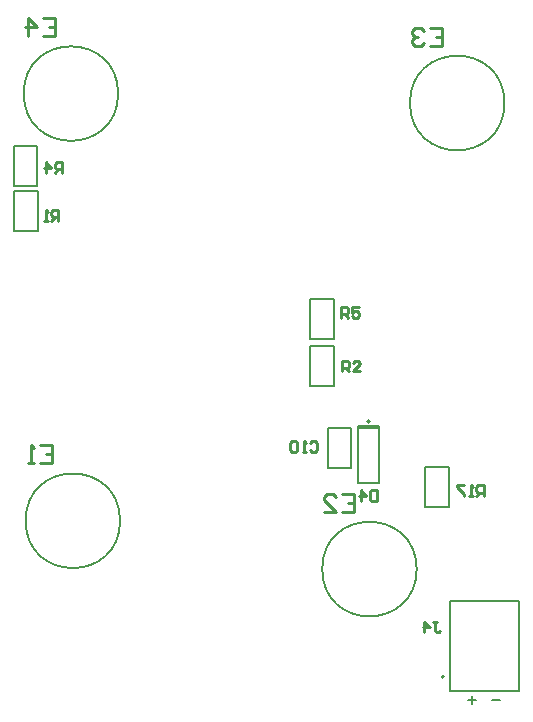
<source format=gbo>
G04*
G04 #@! TF.GenerationSoftware,Altium Limited,Altium Designer,22.1.2 (22)*
G04*
G04 Layer_Color=39423*
%FSLAX25Y25*%
%MOIN*%
G70*
G04*
G04 #@! TF.SameCoordinates,55BB0F9E-9583-49B5-81CB-360D1DA6D785*
G04*
G04*
G04 #@! TF.FilePolarity,Positive*
G04*
G01*
G75*
%ADD13C,0.00669*%
%ADD14C,0.00787*%
%ADD16C,0.00500*%
%ADD18C,0.01000*%
%ADD117R,0.07087X0.01181*%
D13*
X151411Y141002D02*
G03*
X151411Y141002I-557J0D01*
G01*
X169764Y112441D02*
Y125827D01*
Y112441D02*
X177638D01*
Y125827D01*
X169764D02*
X177638D01*
X137193Y125484D02*
Y138870D01*
Y125484D02*
X145067D01*
Y138870D01*
X137193D02*
X145067D01*
X139169Y152847D02*
Y166232D01*
X131295Y152847D02*
X139169D01*
X131295D02*
Y166232D01*
X139169D01*
X131339Y168421D02*
Y181807D01*
X139213D01*
Y168421D02*
Y181807D01*
X131339Y168421D02*
X139213D01*
X40429Y219622D02*
Y233008D01*
X32555D02*
X40429D01*
X32555Y219622D02*
Y233008D01*
Y219622D02*
X40429D01*
X147311Y120366D02*
X154398D01*
X147311D02*
Y139657D01*
X154398D01*
Y120366D02*
Y139657D01*
X32752Y204512D02*
Y217898D01*
Y204512D02*
X40626D01*
Y217898D01*
X32752D02*
X40626D01*
X186693Y48229D02*
X184069D01*
X185381Y49541D02*
Y46917D01*
X194653Y48181D02*
X192030D01*
D14*
X166878Y91815D02*
G03*
X166878Y91815I-15748J0D01*
G01*
X68016Y107921D02*
G03*
X68016Y107921I-15748J0D01*
G01*
X67378Y250323D02*
G03*
X67378Y250323I-15748J0D01*
G01*
X196130Y247169D02*
G03*
X196130Y247169I-15748J0D01*
G01*
X175933Y55961D02*
G03*
X175933Y55961I-394J0D01*
G01*
D16*
X177890Y51240D02*
X201118D01*
Y81161D01*
X177890Y51240D02*
Y81161D01*
X201118D01*
D18*
X42470Y275502D02*
X46468D01*
Y269504D01*
X42470D01*
X46468Y272503D02*
X44469D01*
X37471Y269504D02*
Y275502D01*
X40470Y272503D01*
X36472D01*
X171270Y272302D02*
X175268D01*
Y266304D01*
X171270D01*
X175268Y269303D02*
X173269D01*
X169270Y271302D02*
X168271Y272302D01*
X166271D01*
X165272Y271302D01*
Y270303D01*
X166271Y269303D01*
X167271D01*
X166271D01*
X165272Y268303D01*
Y267304D01*
X166271Y266304D01*
X168271D01*
X169270Y267304D01*
X141970Y117002D02*
X145968D01*
Y111004D01*
X141970D01*
X145968Y114003D02*
X143969D01*
X135972Y111004D02*
X139970D01*
X135972Y115003D01*
Y116002D01*
X136971Y117002D01*
X138971D01*
X139970Y116002D01*
X41170Y133102D02*
X45169D01*
Y127104D01*
X41170D01*
X45169Y130103D02*
X43169D01*
X39170Y127104D02*
X37171D01*
X38171D01*
Y133102D01*
X39170Y132102D01*
X189164Y116150D02*
Y119692D01*
X187393D01*
X186802Y119102D01*
Y117921D01*
X187393Y117331D01*
X189164D01*
X187983D02*
X186802Y116150D01*
X185622D02*
X184441D01*
X185031D01*
Y119692D01*
X185622Y119102D01*
X182670Y119692D02*
X180308D01*
Y119102D01*
X182670Y116741D01*
Y116150D01*
X141721Y175501D02*
Y179043D01*
X143492D01*
X144083Y178452D01*
Y177272D01*
X143492Y176681D01*
X141721D01*
X142902D02*
X144083Y175501D01*
X147625Y179043D02*
X145264D01*
Y177272D01*
X146444Y177862D01*
X147035D01*
X147625Y177272D01*
Y176091D01*
X147035Y175501D01*
X145854D01*
X145264Y176091D01*
X48609Y223847D02*
Y227389D01*
X46838D01*
X46248Y226799D01*
Y225618D01*
X46838Y225028D01*
X48609D01*
X47429D02*
X46248Y223847D01*
X43296D02*
Y227389D01*
X45067Y225618D01*
X42706D01*
X142052Y157694D02*
Y161236D01*
X143823D01*
X144414Y160645D01*
Y159465D01*
X143823Y158874D01*
X142052D01*
X143233D02*
X144414Y157694D01*
X147956D02*
X145594D01*
X147956Y160055D01*
Y160645D01*
X147365Y161236D01*
X146185D01*
X145594Y160645D01*
X47440Y208004D02*
Y211547D01*
X45669D01*
X45079Y210956D01*
Y209776D01*
X45669Y209185D01*
X47440D01*
X46259D02*
X45079Y208004D01*
X43898D02*
X42717D01*
X43308D01*
Y211547D01*
X43898Y210956D01*
X172437Y74251D02*
X173617D01*
X173027D01*
Y71300D01*
X173617Y70709D01*
X174208D01*
X174798Y71300D01*
X169485Y70709D02*
Y74251D01*
X171256Y72480D01*
X168895D01*
X153562Y118043D02*
Y114501D01*
X151791D01*
X151201Y115091D01*
Y117452D01*
X151791Y118043D01*
X153562D01*
X148249Y114501D02*
Y118043D01*
X150020Y116272D01*
X147658D01*
X131243Y133941D02*
X131834Y134531D01*
X133015D01*
X133605Y133941D01*
Y131579D01*
X133015Y130989D01*
X131834D01*
X131243Y131579D01*
X130063Y130989D02*
X128882D01*
X129472D01*
Y134531D01*
X130063Y133941D01*
X127111D02*
X126521Y134531D01*
X125340D01*
X124750Y133941D01*
Y131579D01*
X125340Y130989D01*
X126521D01*
X127111Y131579D01*
Y133941D01*
D117*
X150856Y139067D02*
D03*
M02*

</source>
